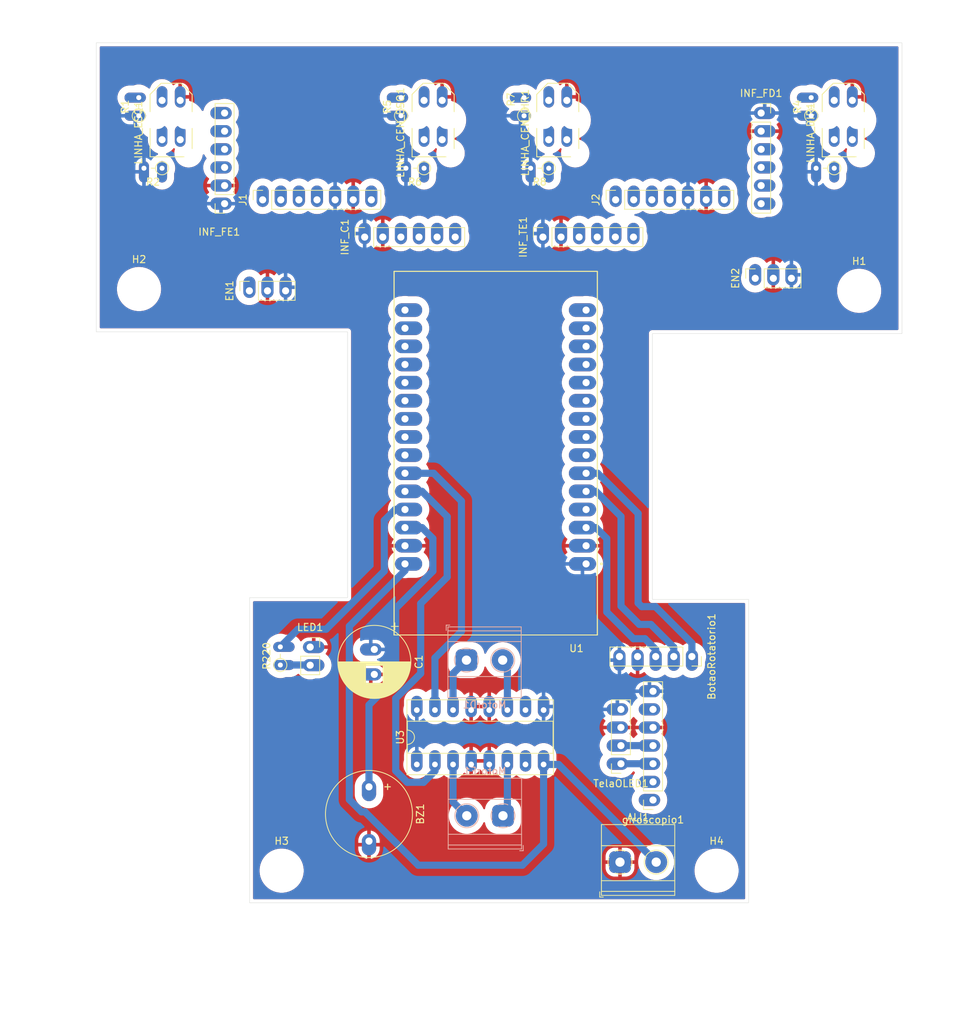
<source format=kicad_pcb>
(kicad_pcb (version 20241229) (generator "pcbnew") (generator_version "9.0")
  (layers (0 "F.Cu" signal) (2 "B.Cu" signal) (13 "F.Paste" user) (15 "B.Paste" user) (5 "F.SilkS" user "F.Silkscreen") (7 "B.SilkS" user "B.Silkscreen") (1 "F.Mask" user) (3 "B.Mask" user) (25 "Edge.Cuts" user))
  (net 0 "")
  (net 1 "KEY")
  (net 2 "S1")
  (net 3 "GND")
  (net 4 "S2")
  (net 5 "OUTE")
  (net 6 "OUTD")
  (net 7 "SDA")
  (net 8 "SCL")
  (net 10 "Net-(LINHA_ESQ1-PadA)")
  (net 11 "LE")
  (net 12 "LD")
  (net 13 "Net-(LINHA_CEN_ESQ1-PadA)")
  (net 14 "CE")
  (net 15 "Net-(LINHA_CEN_DIR1-PadA)")
  (net 16 "CD")
  (net 17 "INF_C")
  (net 25 "OUT3")
  (net 26 "IN3")
  (net 27 "IN2")
  (net 28 "IN4")
  (net 29 "IN1")
  (net 30 "OUT2")
  (net 31 "VIN")
  (net 32 "OUT1")
  (net 33 "OUT4")
  (net 35 "INF_FD")
  (net 36 "3v3")
  (net 38 "INF_FE")
  (net 43 "LED")
  (net 44 "Net-(LED1-Pin_2)")
  (net 45 "BUZZ")
  (net 48 "Net-(LINHA_DIR1-PadA)")
  (net 50 "INF_TD")
  (footprint "Connector_PinSocket_2.54mm:PinSocket_1x04_P2.54mm_Vertical" (layer "F.Cu") (at 173.0875 125.02 180)
    (property "Reference" "TelaOLED1" (at 0 -2.77 0) (layer "F.SilkS"))
    (property "Value" "Conn_01x04_Socket")
    (pad "1" thru_hole oval (at 0 0 180) (size 3 1.7) (drill 1 (offset 0.5 0)) (layers "*.Cu" "*.Mask") (net 7 "SDA"))
    (pad "2" thru_hole oval (at 0 2.54 180) (size 3 1.7) (drill 1 (offset 0.5 0)) (layers "*.Cu" "*.Mask") (net 8 "SCL"))
    (pad "3" thru_hole oval (at 0 5.08 180) (size 3 1.7) (drill 1 (offset 0.5 0)) (layers "*.Cu" "*.Mask") (net 3 "GND"))
    (pad "4" thru_hole oval (at 0 7.62 180) (size 3 1.7) (drill 1 (offset 0.5 0)) (layers "*.Cu" "*.Mask") (net 36 "3v3"))
  )
  (footprint "IFSUL Camaquã:MODULE_ESP32_DEVKIT_V1_30_PIN" (layer "F.Cu") (at 155.5 81.5 180)
    (property "Reference" "U1" (at -11.355 -27.36 0) (layer "F.SilkS"))
    (property "Value" "ESP32-DEVKIT-V1")
    (pad "1" thru_hole oval (at -12.7 -15.515 180) (size 3.81 1.905) (drill 1 (offset 0.508 0)) (layers "*.Cu" "*.Mask") (net 36 "3v3"))
    (pad "2" thru_hole oval (at -12.7 -12.975 180) (size 3.81 1.905) (drill 1 (offset 0.508 0)) (layers "*.Cu" "*.Mask") (net 3 "GND"))
    (pad "3" thru_hole oval (at -12.7 -10.435 180) (size 3.81 1.905) (drill 1 (offset 0.508 0)) (layers "*.Cu" "*.Mask") (net 2 "S1"))
    (pad "4" thru_hole oval (at -12.7 -7.895 180) (size 3.81 1.905) (drill 1 (offset 0.508 0)) (layers "*.Cu" "*.Mask"))
    (pad "5" thru_hole oval (at -12.7 -5.355 180) (size 3.81 1.905) (drill 1 (offset 0.508 0)) (layers "*.Cu" "*.Mask") (net 4 "S2"))
    (pad "6" thru_hole oval (at -12.7 -2.815 180) (size 3.81 1.905) (drill 1 (offset 0.508 0)) (layers "*.Cu" "*.Mask") (net 1 "KEY"))
    (pad "7" thru_hole oval (at -12.7 -0.275 180) (size 3.81 1.905) (drill 1 (offset 0.508 0)) (layers "*.Cu" "*.Mask") (net 27 "IN2"))
    (pad "8" thru_hole oval (at -12.7 2.265 180) (size 3.81 1.905) (drill 1 (offset 0.508 0)) (layers "*.Cu" "*.Mask"))
    (pad "9" thru_hole oval (at -12.7 4.805 180) (size 3.81 1.905) (drill 1 (offset 0.508 0)) (layers "*.Cu" "*.Mask") (net 12 "LD"))
    (pad "10" thru_hole oval (at -12.7 7.345 180) (size 3.81 1.905) (drill 1 (offset 0.508 0)) (layers "*.Cu" "*.Mask") (net 35 "INF_FD"))
    (pad "11" thru_hole oval (at -12.7 9.885 180) (size 3.81 1.905) (drill 1 (offset 0.508 0)) (layers "*.Cu" "*.Mask") (net 7 "SDA"))
    (pad "12" thru_hole oval (at -12.7 12.425 180) (size 3.81 1.905) (drill 1 (offset 0.508 0)) (layers "*.Cu" "*.Mask") (net 16 "CD"))
    (pad "13" thru_hole oval (at -12.7 14.965 180) (size 3.81 1.905) (drill 1 (offset 0.508 0)) (layers "*.Cu" "*.Mask") (net 17 "INF_C"))
    (pad "14" thru_hole oval (at -12.7 17.505 180) (size 3.81 1.905) (drill 1 (offset 0.508 0)) (layers "*.Cu" "*.Mask") (net 8 "SCL"))
    (pad "15" thru_hole oval (at -12.7 20.045 180) (size 3.81 1.905) (drill 1 (offset 0.508 0)) (layers "*.Cu" "*.Mask") (net 6 "OUTD"))
    (pad "16" thru_hole oval (at 12.7 20.045 180) (size 3.81 1.905) (drill 1 (offset -0.508 0)) (layers "*.Cu" "*.Mask"))
    (pad "17" thru_hole oval (at 12.7 17.505 180) (size 3.81 1.905) (drill 1 (offset -0.508 0)) (layers "*.Cu" "*.Mask") (net 11 "LE"))
    (pad "18" thru_hole oval (at 12.7 14.965 180) (size 3.81 1.905) (drill 1 (offset -0.508 0)) (layers "*.Cu" "*.Mask") (net 14 "CE"))
    (pad "19" thru_hole oval (at 12.7 12.425 180) (size 3.81 1.905) (drill 1 (offset -0.508 0)) (layers "*.Cu" "*.Mask") (net 38 "INF_FE"))
    (pad "20" thru_hole oval (at 12.7 9.885 180) (size 3.81 1.905) (drill 1 (offset -0.508 0)) (layers "*.Cu" "*.Mask"))
    (pad "21" thru_hole oval (at 12.7 7.345 180) (size 3.81 1.905) (drill 1 (offset -0.508 0)) (layers "*.Cu" "*.Mask"))
    (pad "22" thru_hole oval (at 12.7 4.805 180) (size 3.81 1.905) (drill 1 (offset -0.508 0)) (layers "*.Cu" "*.Mask") (net 5 "OUTE"))
    (pad "23" thru_hole oval (at 12.7 2.265 180) (size 3.81 1.905) (drill 1 (offset -0.508 0)) (layers "*.Cu" "*.Mask"))
    (pad "24" thru_hole oval (at 12.7 -0.275 180) (size 3.81 1.905) (drill 1 (offset -0.508 0)) (layers "*.Cu" "*.Mask") (net 26 "IN3"))
    (pad "25" thru_hole oval (at 12.7 -2.815 180) (size 3.81 1.905) (drill 1 (offset -0.508 0)) (layers "*.Cu" "*.Mask") (net 28 "IN4"))
    (pad "26" thru_hole oval (at 12.7 -5.355 180) (size 3.81 1.905) (drill 1 (offset -0.508 0)) (layers "*.Cu" "*.Mask") (net 29 "IN1"))
    (pad "27" thru_hole oval (at 12.7 -7.895 180) (size 3.81 1.905) (drill 1 (offset -0.508 0)) (layers "*.Cu" "*.Mask") (net 43 "LED"))
    (pad "28" thru_hole oval (at 12.7 -10.435 180) (size 3.81 1.905) (drill 1 (offset -0.508 0)) (layers "*.Cu" "*.Mask") (net 45 "BUZZ"))
    (pad "29" thru_hole oval (at 12.7 -12.975 180) (size 3.81 1.905) (drill 1 (offset -0.508 0)) (layers "*.Cu" "*.Mask") (net 3 "GND"))
    (pad "30" thru_hole oval (at 12.7 -15.515 180) (size 3.81 1.905) (drill 1 (offset -0.508 0)) (layers "*.Cu" "*.Mask") (net 31 "VIN"))
  )
  (footprint "Connector_PinSocket_2.54mm:PinSocket_1x03_P2.54mm_Vertical" (layer "F.Cu") (at 120.975 58.75 90)
    (property "Reference" "EN1" (at 0 -2.77 90) (layer "F.SilkS"))
    (property "Value" "Conn_01x03_Socket")
    (pad "1" thru_hole oval (at 0 0 90) (size 3 1.7) (drill 1 (offset 0.5 0)) (layers "*.Cu" "*.Mask") (net 5 "OUTE"))
    (pad "2" thru_hole oval (at 0 2.54 90) (size 3 1.7) (drill 1 (offset 0.5 0)) (layers "*.Cu" "*.Mask") (net 3 "GND"))
    (pad "3" thru_hole oval (at 0 5.08 90) (size 3 1.7) (drill 1 (offset 0.5 0)) (layers "*.Cu" "*.Mask") (net 36 "3v3"))
  )
  (footprint "IFSUL Camaquã:OPTO_TCRT5000" (layer "F.Cu") (at 110 34.823702 90)
    (property "Reference" "LINHA_ESQ1" (at -1.76355 -4.57476 90) (layer "F.SilkS") (effects (font (size 1.004126 1.004126))))
    (property "Value" "LINHA_ESQ")
    (pad "" np_thru_hole circle (at -4.65 2.45 90) (size 1 1) (drill 1) (layers "*.Cu" "*.Mask"))
    (pad "" np_thru_hole circle (at 0 -1.9 90) (size 2.5 2.5) (drill 2.5) (layers "*.Cu" "*.Mask"))
    (pad "" np_thru_hole circle (at 0 1.9 90) (size 2.5 2.5) (drill 2.5) (layers "*.Cu" "*.Mask"))
    (pad "A" thru_hole oval (at 2.75 -1.27 90) (size 3 1.5) (drill 1 (offset 0.5 0)) (layers "*.Cu" "*.Mask") (net 10 "Net-(LINHA_ESQ1-PadA)"))
    (pad "CATH" thru_hole oval (at 2.75 1.27 90) (size 3 1.5) (drill 1 (offset 0.5 0)) (layers "*.Cu" "*.Mask") (net 3 "GND"))
    (pad "COLL" thru_hole oval (at -2.75 -1.27 90) (size 3 1.5) (drill 1 (offset 0.5 0)) (layers "*.Cu" "*.Mask") (net 11 "LE"))
    (pad "E" thru_hole oval (at -2.75 1.27 90) (size 3 1.5) (drill 1 (offset 0.5 0)) (layers "*.Cu" "*.Mask") (net 3 "GND"))
  )
  (footprint "Connector_PinSocket_2.54mm:PinSocket_1x06_P2.54mm_Vertical" (layer "F.Cu") (at 137.144251 51.223702 90)
    (property "Reference" "INF_C1" (at 0 -2.77 90) (layer "F.SilkS"))
    (property "Value" "Conn_01x06_Socket")
    (pad "1" thru_hole oval (at 0 0 90) (size 3 1.7) (drill 1 (offset 0.5 0)) (layers "*.Cu" "*.Mask") (net 36 "3v3"))
    (pad "2" thru_hole oval (at 0 2.54 90) (size 3 1.7) (drill 1 (offset 0.5 0)) (layers "*.Cu" "*.Mask") (net 3 "GND"))
    (pad "3" thru_hole oval (at 0 5.08 90) (size 3 1.7) (drill 1 (offset 0.5 0)) (layers "*.Cu" "*.Mask") (net 8 "SCL"))
    (pad "4" thru_hole oval (at 0 7.62 90) (size 3 1.7) (drill 1 (offset 0.5 0)) (layers "*.Cu" "*.Mask") (net 7 "SDA"))
    (pad "5" thru_hole oval (at 0 10.16 90) (size 3 1.7) (drill 1 (offset 0.5 0)) (layers "*.Cu" "*.Mask"))
    (pad "6" thru_hole oval (at 0 12.7 90) (size 3 1.7) (drill 1 (offset 0.5 0)) (layers "*.Cu" "*.Mask") (net 17 "INF_C"))
  )
  (footprint "IFSUL Camaquã:TerminalBlock_Phoenix_MKDS-1,5-2-5.08_1x02_P5.08mm_Horizontal" (layer "F.Cu") (at 172.955 138.805)
    (property "Reference" "ALI1" (at 2.54 -6.26 0) (layer "F.SilkS"))
    (property "Value" "Conn_01x02_Socket")
    (pad "1" thru_hole roundrect (at 0 0) (size 3.048 3.048) (drill 1.3) (layers "*.Cu" "*.Mask") (net 3 "GND"))
    (pad "2" thru_hole circle (at 5.08 0) (size 3.048 3.048) (drill 1.3) (layers "*.Cu" "*.Mask") (net 31 "VIN"))
  )
  (footprint "MountingHole:MountingHole_3.2mm_M3" (layer "F.Cu") (at 186.5 140)
    (property "Reference" "H4" (at 0 -4.15 0) (layer "F.SilkS"))
    (property "Value" "MountingHole")
    (pad "" np_thru_hole circle (at 0 0) (size 3.2 3.2) (drill 3.2) (layers "*.Cu" "*.Mask"))
  )
  (footprint "MountingHole:MountingHole_3.2mm_M3" (layer "F.Cu") (at 105.5 58.5)
    (property "Reference" "H2" (at 0 -4.15 0) (layer "F.SilkS"))
    (property "Value" "MountingHole" (hide yes))
    (pad "" np_thru_hole circle (at 0 0) (size 3.2 3.2) (drill 3.2) (layers "*.Cu" "*.Mask"))
  )
  (footprint "Package_DIP:CERDIP-16_W7.62mm_SideBrazed_LongPads_Socket" (layer "F.Cu") (at 144.46 125.12 90)
    (property "Reference" "U3" (at 3.81 -2.33 90) (layer "F.SilkS"))
    (property "Value" "L293D")
    (pad "1" thru_hole oval (at 0 0 90) (size 3 1.6) (drill 0.8 (offset 0.5 0)) (layers "*.Cu" "*.Mask") (net 36 "3v3"))
    (pad "2" thru_hole oval (at 0 2.54 90) (size 3 1.6) (drill 0.8 (offset 0.5 0)) (layers "*.Cu" "*.Mask") (net 29 "IN1"))
    (pad "3" thru_hole oval (at 0 5.08 90) (size 3 1.6) (drill 0.8 (offset 0.5 0)) (layers "*.Cu" "*.Mask") (net 32 "OUT1"))
    (pad "4" thru_hole oval (at 0 7.62 90) (size 3 1.6) (drill 0.8 (offset 0.5 0)) (layers "*.Cu" "*.Mask") (net 3 "GND"))
    (pad "5" thru_hole oval (at 0 10.16 90) (size 3 1.6) (drill 0.8 (offset 0.5 0)) (layers "*.Cu" "*.Mask") (net 3 "GND"))
    (pad "6" thru_hole oval (at 0 12.7 90) (size 3 1.6) (drill 0.8 (offset 0.5 0)) (layers "*.Cu" "*.Mask") (net 30 "OUT2"))
    (pad "7" thru_hole oval (at 0 15.24 90) (size 3 1.6) (drill 0.8 (offset 0.5 0)) (layers "*.Cu" "*.Mask") (net 27 "IN2"))
    (pad "8" thru_hole oval (at 0 17.78 90) (size 3 1.6) (drill 0.8 (offset 0.5 0)) (layers "*.Cu" "*.Mask") (net 31 "VIN"))
    (pad "9" thru_hole oval (at 7.62 17.78 90) (size 3 1.6) (drill 0.8 (offset 0.5 0)) (layers "*.Cu" "*.Mask") (net 36 "3v3"))
    (pad "10" thru_hole oval (at 7.62 15.24 90) (size 3 1.6) (drill 0.8 (offset 0.5 0)) (layers "*.Cu" "*.Mask") (net 26 "IN3"))
    (pad "11" thru_hole oval (at 7.62 12.7 90) (size 3 1.6) (drill 0.8 (offset 0.5 0)) (layers "*.Cu" "*.Mask") (net 25 "OUT3"))
    (pad "12" thru_hole oval (at 7.62 10.16 90) (size 3 1.6) (drill 0.8 (offset 0.5 0)) (layers "*.Cu" "*.Mask") (net 3 "GND"))
    (pad "13" thru_hole oval (at 7.62 7.62 90) (size 3 1.6) (drill 0.8 (offset 0.5 0)) (layers "*.Cu" "*.Mask") (net 3 "GND"))
    (pad "14" thru_hole oval (at 7.62 5.08 90) (size 3 1.6) (drill 0.8 (offset 0.5 0)) (layers "*.Cu" "*.Mask") (net 33 "OUT4"))
    (pad "15" thru_hole oval (at 7.62 2.54 90) (size 3 1.6) (drill 0.8 (offset 0.5 0)) (layers "*.Cu" "*.Mask") (net 28 "IN4"))
    (pad "16" thru_hole oval (at 7.62 0 90) (size 3 1.6) (drill 0.8 (offset 0.5 0)) (layers "*.Cu" "*.Mask") (net 36 "3v3"))
  )
  (footprint "Connector_PinSocket_2.54mm:PinSocket_1x05_P2.54mm_Vertical" (layer "F.Cu") (at 183.04 110 -90)
    (property "Reference" "BotaoRotatorio1" (at 0 -2.77 90) (layer "F.SilkS"))
    (property "Value" "Conn_01x05_Socket")
    (pad "1" thru_hole oval (at 0 0 270) (size 3 1.7) (drill 1 (offset 0.5 0)) (layers "*.Cu" "*.Mask") (net 1 "KEY"))
    (pad "2" thru_hole oval (at 0 2.54 270) (size 3 1.7) (drill 1 (offset 0.5 0)) (layers "*.Cu" "*.Mask") (net 4 "S2"))
    (pad "3" thru_hole oval (at 0 5.08 270) (size 3 1.7) (drill 1 (offset 0.5 0)) (layers "*.Cu" "*.Mask") (net 2 "S1"))
    (pad "4" thru_hole oval (at 0 7.62 270) (size 3 1.7) (drill 1 (offset 0.5 0)) (layers "*.Cu" "*.Mask") (net 3 "GND"))
    (pad "5" thru_hole oval (at 0 10.16 270) (size 3 1.7) (drill 1 (offset 0.5 0)) (layers "*.Cu" "*.Mask") (net 36 "3v3"))
  )
  (footprint "Connector_PinSocket_2.54mm:PinSocket_1x03_P2.54mm_Vertical" (layer "F.Cu") (at 191.92 57 90)
    (property "Reference" "EN2" (at 0 -2.77 90) (layer "F.SilkS"))
    (property "Value" "Conn_01x03_Socket")
    (pad "1" thru_hole oval (at 0 0 90) (size 3 1.7) (drill 1 (offset 0.5 0)) (layers "*.Cu" "*.Mask") (net 6 "OUTD"))
    (pad "2" thru_hole oval (at 0 2.54 90) (size 3 1.7) (drill 1 (offset 0.5 0)) (layers "*.Cu" "*.Mask") (net 3 "GND"))
    (pad "3" thru_hole oval (at 0 5.08 90) (size 3 1.7) (drill 1 (offset 0.5 0)) (layers "*.Cu" "*.Mask") (net 36 "3v3"))
  )
  (footprint "MountingHole:MountingHole_3.2mm_M3" (layer "F.Cu") (at 206.5 58.75)
    (property "Reference" "H1" (at 0 -4.15 0) (layer "F.SilkS"))
    (property "Value" "MountingHole")
    (pad "" np_thru_hole circle (at 0 0) (size 3.2 3.2) (drill 3.2) (layers "*.Cu" "*.Mask"))
  )
  (footprint "IFSUL Camaquã:OPTO_TCRT5000" (layer "F.Cu") (at 164.23 34.823702 90)
    (property "Reference" "LINHA_CEN_DIR1" (at -1.76355 -4.57476 90) (layer "F.SilkS") (effects (font (size 1.004126 1.004126))))
    (property "Value" "~")
    (pad "" np_thru_hole circle (at -4.65 2.45 90) (size 1 1) (drill 1) (layers "*.Cu" "*.Mask"))
    (pad "" np_thru_hole circle (at 0 -1.9 90) (size 2.5 2.5) (drill 2.5) (layers "*.Cu" "*.Mask"))
    (pad "" np_thru_hole circle (at 0 1.9 90) (size 2.5 2.5) (drill 2.5) (layers "*.Cu" "*.Mask"))
    (pad "A" thru_hole oval (at 2.75 -1.27 90) (size 3 1.5) (drill 1 (offset 0.5 0)) (layers "*.Cu" "*.Mask") (net 15 "Net-(LINHA_CEN_DIR1-PadA)"))
    (pad "CATH" thru_hole oval (at 2.75 1.27 90) (size 3 1.5) (drill 1 (offset 0.5 0)) (layers "*.Cu" "*.Mask") (net 3 "GND"))
    (pad "COLL" thru_hole oval (at -2.75 -1.27 90) (size 3 1.5) (drill 1 (offset 0.5 0)) (layers "*.Cu" "*.Mask") (net 16 "CD"))
    (pad "E" thru_hole oval (at -2.75 1.27 90) (size 3 1.5) (drill 1 (offset 0.5 0)) (layers "*.Cu" "*.Mask") (net 3 "GND"))
  )
  (footprint "Resistor_THT:R_Axial_DIN0204_L3.6mm_D1.6mm_P2.54mm_Vertical" (layer "F.Cu") (at 105.4625 34.22 90)
    (property "Reference" "R1" (at 1.27 -1.92 90) (layer "F.SilkS"))
    (property "Value" "150")
    (pad "1" thru_hole oval (at 0 0 90) (size 1.4 3) (drill 0.7 (offset 0 -0.5)) (layers "*.Cu" "*.Mask") (net 36 "3v3"))
    (pad "2" thru_hole oval (at 2.54 0 90) (size 1.4 3) (drill 0.7 (offset 0 -0.5)) (layers "*.Cu" "*.Mask") (net 10 "Net-(LINHA_ESQ1-PadA)"))
  )
  (footprint "Connector_PinSocket_2.54mm:PinSocket_1x07_P2.54mm_Vertical" (layer "F.Cu") (at 172.34 46 90)
    (property "Reference" "J2" (at 0 -2.77 90) (layer "F.SilkS"))
    (property "Value" "Conn_01x07_Socket")
    (pad "1" thru_hole oval (at 0 0 90) (size 3 1.7) (drill 1 (offset 0.5 0)) (layers "*.Cu" "*.Mask"))
    (pad "2" thru_hole oval (at 0 2.54 90) (size 3 1.7) (drill 1 (offset 0.5 0)) (layers "*.Cu" "*.Mask"))
    (pad "3" thru_hole oval (at 0 5.08 90) (size 3 1.7) (drill 1 (offset 0.5 0)) (layers "*.Cu" "*.Mask") (net 7 "SDA"))
    (pad "4" thru_hole oval (at 0 7.62 90) (size 3 1.7) (drill 1 (offset 0.5 0)) (layers "*.Cu" "*.Mask") (net 8 "SCL"))
    (pad "5" thru_hole oval (at 0 10.16 90) (size 3 1.7) (drill 1 (offset 0.5 0)) (layers "*.Cu" "*.Mask") (net 36 "3v3"))
    (pad "6" thru_hole oval (at 0 12.7 90) (size 3 1.7) (drill 1 (offset 0.5 0)) (layers "*.Cu" "*.Mask") (net 3 "GND"))
    (pad "7" thru_hole oval (at 0 15.24 90) (size 3 1.7) (drill 1 (offset 0.5 0)) (layers "*.Cu" "*.Mask"))
  )
  (footprint "MountingHole:MountingHole_3.2mm_M3" (layer "F.Cu") (at 125.5 140)
    (property "Reference" "H3" (at 0 -4.15 0) (layer "F.SilkS"))
    (property "Value" "MountingHole")
    (pad "" np_thru_hole circle (at 0 0) (size 3.2 3.2) (drill 3.2) (layers "*.Cu" "*.Mask"))
  )
  (footprint "Resistor_THT:R_Axial_DIN0204_L3.6mm_D1.6mm_P2.54mm_Vertical" (layer "F.Cu") (at 142.244251 34.22 90)
    (property "Reference" "R5" (at 1.27 -1.92 90) (layer "F.SilkS"))
    (property "Value" "150")
    (pad "1" thru_hole oval (at 0 0 90) (size 1.4 3) (drill 0.7 (offset 0 -0.5)) (layers "*.Cu" "*.Mask") (net 36 "3v3"))
    (pad "2" thru_hole oval (at 2.54 0 90) (size 1.4 3) (drill 0.7 (offset 0 -0.5)) (layers "*.Cu" "*.Mask") (net 13 "Net-(LINHA_CEN_ESQ1-PadA)"))
  )
  (footprint "Connector_PinSocket_2.54mm:PinSocket_1x06_P2.54mm_Vertical" (layer "F.Cu") (at 117.5 46.54 180)
    (property "Reference" "INF_FE1" (at 0.75 -3.96 0) (layer "F.SilkS"))
    (property "Value" "Conn_01x06_Socket")
    (pad "1" thru_hole oval (at 0 0 180) (size 3 1.7) (drill 1 (offset 0.5 0)) (layers "*.Cu" "*.Mask") (net 36 "3v3"))
    (pad "2" thru_hole oval (at 0 2.54 180) (size 3 1.7) (drill 1 (offset 0.5 0)) (layers "*.Cu" "*.Mask") (net 3 "GND"))
    (pad "3" thru_hole oval (at 0 5.08 180) (size 3 1.7) (drill 1 (offset 0.5 0)) (layers "*.Cu" "*.Mask") (net 8 "SCL"))
    (pad "4" thru_hole oval (at 0 7.62 180) (size 3 1.7) (drill 1 (offset 0.5 0)) (layers "*.Cu" "*.Mask") (net 7 "SDA"))
    (pad "5" thru_hole oval (at 0 10.16 180) (size 3 1.7) (drill 1 (offset 0.5 0)) (layers "*.Cu" "*.Mask"))
    (pad "6" thru_hole oval (at 0 12.7 180) (size 3 1.7) (drill 1 (offset 0.5 0)) (layers "*.Cu" "*.Mask") (net 38 "INF_FE"))
  )
  (footprint "IFSUL Camaquã:OPTO_TCRT5000" (layer "F.Cu") (at 146.744251 34.823702 90)
    (property "Reference" "LINHA_CEN_ESQ1" (at -1.76355 -4.57476 90) (layer "F.SilkS") (effects (font (size 1.004126 1.004126))))
    (property "Value" "~")
    (pad "" np_thru_hole circle (at -4.65 2.45 90) (size 1 1) (drill 1) (layers "*.Cu" "*.Mask"))
    (pad "" np_thru_hole circle (at 0 -1.9 90) (size 2.5 2.5) (drill 2.5) (layers "*.Cu" "*.Mask"))
    (pad "" np_thru_hole circle (at 0 1.9 90) (size 2.5 2.5) (drill 2.5) (layers "*.Cu" "*.Mask"))
    (pad "A" thru_hole oval (at 2.75 -1.27 90) (size 3 1.5) (drill 1 (offset 0.5 0)) (layers "*.Cu" "*.Mask") (net 13 "Net-(LINHA_CEN_ESQ1-PadA)"))
    (pad "CATH" thru_hole oval (at 2.75 1.27 90) (size 3 1.5) (drill 1 (offset 0.5 0)) (layers "*.Cu" "*.Mask") (net 3 "GND"))
    (pad "COLL" thru_hole oval (at -2.75 -1.27 90) (size 3 1.5) (drill 1 (offset 0.5 0)) (layers "*.Cu" "*.Mask") (net 14 "CE"))
    (pad "E" thru_hole oval (at -2.75 1.27 90) (size 3 1.5) (drill 1 (offset 0.5 0)) (layers "*.Cu" "*.Mask") (net 3 "GND"))
  )
  (footprint "Resistor_THT:R_Axial_DIN0204_L3.6mm_D1.6mm_P2.54mm_Vertical" (layer "F.Cu") (at 108.73 41.573702 180)
    (property "Reference" "R2" (at 1.27 -1.92 0) (layer "F.SilkS"))
    (property "Value" "10K")
    (pad "1" thru_hole oval (at 0 0 180) (size 1.4 3) (drill 0.7 (offset 0 -0.5)) (layers "*.Cu" "*.Mask") (net 11 "LE"))
    (pad "2" thru_hole oval (at 2.54 0 180) (size 1.4 3) (drill 0.7 (offset 0 -0.5)) (layers "*.Cu" "*.Mask") (net 36 "3v3"))
  )
  (footprint "Buzzer_Beeper:Buzzer_12x9.5RM7.6" (layer "F.Cu") (at 137.75 128.261972 -90)
    (property "Reference" "BZ1" (at 3.8 -7.2 90) (layer "F.SilkS"))
    (property "Value" "Buzzer")
    (fp_text user "+" (at -0.01 -2.54 90) (layer "F.SilkS"))
    (pad "1" thru_hole oval (at 0 0 270) (size 3 2) (drill 1 (offset 0.5 0)) (layers "*.Cu" "*.Mask") (net 45 "BUZZ"))
    (pad "2" thru_hole oval (at 7.6 0 270) (size 3 2) (drill 1 (offset 0.5 0)) (layers "*.Cu" "*.Mask") (net 3 "GND"))
  )
  (footprint "Resistor_THT:R_Axial_DIN0204_L3.6mm_D1.6mm_P2.54mm_Vertical" (layer "F.Cu") (at 159.5 34.22 90)
    (property "Reference" "R7" (at 2.27 -1.840159 90) (layer "F.SilkS"))
    (property "Value" "150")
    (pad "1" thru_hole oval (at 0 0 90) (size 1.4 3) (drill 0.7 (offset 0 -0.5)) (layers "*.Cu" "*.Mask") (net 36 "3v3"))
    (pad "2" thru_hole oval (at 2.54 0 90) (size 1.4 3) (drill 0.7 (offset 0 -0.5)) (layers "*.Cu" "*.Mask") (net 15 "Net-(LINHA_CEN_DIR1-PadA)"))
  )
  (footprint "Resistor_THT:R_Axial_DIN0204_L3.6mm_D1.6mm_P2.54mm_Vertical" (layer "F.Cu") (at 203 41.573702 180)
    (property "Reference" "R3" (hide yes))
    (property "Value" "10K")
    (pad "1" thru_hole oval (at 0 0 180) (size 1.4 3) (drill 0.7 (offset 0 -0.5)) (layers "*.Cu" "*.Mask") (net 12 "LD"))
    (pad "2" thru_hole oval (at 2.54 0 180) (size 1.4 3) (drill 0.7 (offset 0 -0.5)) (layers "*.Cu" "*.Mask") (net 36 "3v3"))
  )
  (footprint "Connector_PinSocket_2.54mm:PinSocket_1x06_P2.54mm_Vertical" (layer "F.Cu") (at 162.144251 51.223702 90)
    (property "Reference" "INF_TE1" (at 0 -2.77 90) (layer "F.SilkS"))
    (property "Value" "Conn_01x06_Socket")
    (pad "1" thru_hole oval (at 0 0 90) (size 3 1.7) (drill 1 (offset 0.5 0)) (layers "*.Cu" "*.Mask") (net 36 "3v3"))
    (pad "2" thru_hole oval (at 0 2.54 90) (size 3 1.7) (drill 1 (offset 0.5 0)) (layers "*.Cu" "*.Mask") (net 3 "GND"))
    (pad "3" thru_hole oval (at 0 5.08 90) (size 3 1.7) (drill 1 (offset 0.5 0)) (layers "*.Cu" "*.Mask") (net 8 "SCL"))
    (pad "4" thru_hole oval (at 0 7.62 90) (size 3 1.7) (drill 1 (offset 0.5 0)) (layers "*.Cu" "*.Mask") (net 7 "SDA"))
    (pad "5" thru_hole oval (at 0 10.16 90) (size 3 1.7) (drill 1 (offset 0.5 0)) (layers "*.Cu" "*.Mask"))
    (pad "6" thru_hole oval (at 0 12.7 90) (size 3 1.7) (drill 1 (offset 0.5 0)) (layers "*.Cu" "*.Mask") (net 50 "INF_TD"))
  )
  (footprint "Capacitor_THT:CP_Radial_D10.0mm_P3.50mm" (layer "F.Cu") (at 138.5 109 -90)
    (property "Reference" "C1" (at 1.75 -6.25 90) (layer "F.SilkS"))
    (property "Value" "C")
    (pad "1" thru_hole oval (at 0 0 270) (size 1.7 3) (drill 1 (offset 0 0.5)) (layers "*.Cu" "*.Mask") (net 36 "3v3"))
    (pad "2" thru_hole oval (at 3.5 0 270) (size 1.7 3) (drill 1 (offset 0 0.5)) (layers "*.Cu" "*.Mask") (net 3 "GND"))
  )
  (footprint "Connector_PinSocket_2.54mm:PinSocket_1x06_P2.54mm_Vertical" (layer "F.Cu") (at 192.75 33.84)
    (property "Reference" "INF_FD1" (at 0 -2.77 180) (layer "F.SilkS"))
    (property "Value" "Conn_01x06_Socket")
    (pad "1" thru_hole oval (at 0 0) (size 3 1.7) (drill 1 (offset 0.5 0)) (layers "*.Cu" "*.Mask") (net 36 "3v3"))
    (pad "2" thru_hole oval (at 0 2.54) (size 3 1.7) (drill 1 (offset 0.5 0)) (layers "*.Cu" "*.Mask") (net 3 "GND"))
    (pad "3" thru_hole oval (at 0 5.08) (size 3 1.7) (drill 1 (offset 0.5 0)) (layers "*.Cu" "*.Mask") (net 8 "SCL"))
    (pad "4" thru_hole oval (at 0 7.62) (size 3 1.7) (drill 1 (offset 0.5 0)) (layers "*.Cu" "*.Mask") (net 7 "SDA"))
    (pad "5" thru_hole oval (at 0 10.16) (size 3 1.7) (drill 1 (offset 0.5 0)) (layers "*.Cu" "*.Mask"))
    (pad "6" thru_hole oval (at 0 12.7) (size 3 1.7) (drill 1 (offset 0.5 0)) (layers "*.Cu" "*.Mask") (net 35 "INF_FD"))
  )
  (footprint "Resistor_THT:R_Axial_DIN0204_L3.6mm_D1.6mm_P2.54mm_Vertical" (layer "F.Cu") (at 162.96 41.573702 180)
    (property "Reference" "R8" (at 1.27 -1.92 0) (layer "F.SilkS"))
    (property "Value" "10K")
    (pad "1" thru_hole oval (at 0 0 180) (size 1.4 3) (drill 0.7 (offset 0 -0.5)) (layers "*.Cu" "*.Mask") (net 16 "CD"))
    (pad "2" thru_hole oval (at 2.54 0 180) (size 1.4 3) (drill 0.7 (offset 0 -0.5)) (layers "*.Cu" "*.Mask") (net 36 "3v3"))
  )
  (footprint "Connector_PinSocket_2.54mm:PinSocket_1x07_P2.54mm_Vertical" (layer "F.Cu") (at 177.5875 130.1 180)
    (property "Reference" "giroscopio1" (at 0 -2.77 0) (layer "F.SilkS"))
    (property "Value" "Conn_01x07_Socket")
    (pad "1" thru_hole oval (at 0 0 180) (size 3 1.7) (drill 1 (offset 0.5 0)) (layers "*.Cu" "*.Mask"))
    (pad "2" thru_hole oval (at 0 2.54 180) (size 3 1.7) (drill 1 (offset 0.5 0)) (layers "*.Cu" "*.Mask"))
    (pad "3" thru_hole oval (at 0 5.08 180) (size 3 1.7) (drill 1 (offset 0.5 0)) (layers "*.Cu" "*.Mask") (net 7 "SDA"))
    (pad "4" thru_hole oval (at 0 7.62 180) (size 3 1.7) (drill 1 (offset 0.5 0)) (layers "*.Cu" "*.Mask") (net 8 "SCL"))
    (pad "5" thru_hole oval (at 0 10.16 180) (size 3 1.7) (drill 1 (offset 0.5 0)) (layers "*.Cu" "*.Mask") (net 3 "GND"))
    (pad "6" thru_hole oval (at 0 12.7 180) (size 3 1.7) (drill 1 (offset 0.5 0)) (layers "*.Cu" "*.Mask"))
    (pad "7" thru_hole oval (at 0 15.24 180) (size 3 1.7) (drill 1 (offset 0.5 0)) (layers "*.Cu" "*.Mask") (net 36 "3v3"))
  )
  (footprint "IFSUL Camaquã:OPTO_TCRT5000" (layer "F.Cu") (at 204.27 34.823702 90)
    (property "Reference" "LINHA_DIR1" (at -1.76355 -4.57476 90) (layer "F.SilkS") (effects (font (size 1.004126 1.004126))))
    (property "Value" "~")
    (pad "" np_thru_hole circle (at -4.65 2.45 90) (size 1 1) (drill 1) (layers "*.Cu" "*.Mask"))
    (pad "" np_thru_hole circle (at 0 -1.9 90) (size 2.5 2.5) (drill 2.5) (layers "*.Cu" "*.Mask"))
    (pad "" np_thru_hole circle (at 0 1.9 90) (size 2.5 2.5) (drill 2.5) (layers "*.Cu" "*.Mask"))
    (pad "A" thru_hole oval (at 2.75 -1.27 90) (size 3 1.5) (drill 1 (offset 0.5 0)) (layers "*.Cu" "*.Mask") (net 48 "Net-(LINHA_DIR1-PadA)"))
    (pad "CATH" thru_hole oval (at 2.75 1.27 90) (size 3 1.5) (drill 1 (offset 0.5 0)) (layers "*.Cu" "*.Mask") (net 3 "GND"))
    (pad "COLL" thru_hole oval (at -2.75 -1.27 90) (size 3 1.5) (drill 1 (offset 0.5 0)) (layers "*.Cu" "*.Mask") (net 12 "LD"))
    (pad "E" thru_hole oval (at -2.75 1.27 90) (size 3 1.5) (drill 1 (offset 0.5 0)) (layers "*.Cu" "*.Mask") (net 3 "GND"))
  )
  (footprint "Resistor_THT:R_Axial_DIN0204_L3.6mm_D1.6mm_P2.54mm_Vertical" (layer "F.Cu") (at 145.474251 41.573702 180)
    (property "Reference" "R6" (at 1.27 -1.92 0) (layer "F.SilkS"))
    (property "Value" "10K")
    (pad "1" thru_hole oval (at 0 0 180) (size 1.4 3) (drill 0.7 (offset 0 -0.5)) (layers "*.Cu" "*.Mask") (net 14 "CE"))
    (pad "2" thru_hole oval (at 2.54 0 180) (size 1.4 3) (drill 0.7 (offset 0 -0.5)) (layers "*.Cu" "*.Mask") (net 36 "3v3"))
  )
  (footprint "Connector_PinSocket_2.54mm:PinSocket_1x02_P2.54mm_Vertical" (layer "F.Cu") (at 129.5 108.673545)
    (property "Reference" "LED1" (at 0 -2.77 0) (layer "F.SilkS"))
    (property "Value" "Conn_01x02_Socket")
    (pad "1" thru_hole oval (at 0 0) (size 3 1.7) (drill 1 (offset 0.5 0)) (layers "*.Cu" "*.Mask") (net 3 "GND"))
    (pad "2" thru_hole oval (at 0 2.54) (size 3 1.7) (drill 1 (offset 0.5 0)) (layers "*.Cu" "*.Mask") (net 44 "Net-(LED1-Pin_2)"))
  )
  (footprint "Resistor_THT:R_Axial_DIN0204_L3.6mm_D1.6mm_P2.54mm_Vertical" (layer "F.Cu") (at 125.316729 111.184086 90)
    (property "Reference" "R220" (at 1.27 -1.92 90) (layer "F.SilkS"))
    (property "Value" "R")
    (pad "1" thru_hole oval (at 0 0 90) (size 1.4 3) (drill 0.7 (offset 0 0.5)) (layers "*.Cu" "*.Mask") (net 44 "Net-(LED1-Pin_2)"))
    (pad "2" thru_hole oval (at 2.54 0 90) (size 1.4 3) (drill 0.7 (offset 0 0.5)) (layers "*.Cu" "*.Mask") (net 43 "LED"))
  )
  (footprint "Connector_PinSocket_2.54mm:PinSocket_1x07_P2.54mm_Vertical" (layer "F.Cu") (at 122.84 46 90)
    (property "Reference" "J1" (at 0 -2.77 90) (layer "F.SilkS"))
    (property "Value" "Conn_01x07_Socket")
    (pad "1" thru_hole oval (at 0 0 90) (size 3 1.7) (drill 1 (offset 0.5 0)) (layers "*.Cu" "*.Mask"))
    (pad "2" thru_hole oval (at 0 2.54 90) (size 3 1.7) (drill 1 (offset 0.5 0)) (layers "*.Cu" "*.Mask"))
    (pad "3" thru_hole oval (at 0 5.08 90) (size 3 1.7) (drill 1 (offset 0.5 0)) (layers "*.Cu" "*.Mask") (net 7 "SDA"))
    (pad "4" thru_hole oval (at 0 7.62 90) (size 3 1.7) (drill 1 (offset 0.5 0)) (layers "*.Cu" "*.Mask") (net 8 "SCL"))
    (pad "5" thru_hole oval (at 0 10.16 90) (size 3 1.7) (drill 1 (offset 0.5 0)) (layers "*.Cu" "*.Mask") (net 36 "3v3"))
    (pad "6" thru_hole oval (at 0 12.7 90) (size 3 1.7) (drill 1 (offset 0.5 0)) (layers "*.Cu" "*.Mask") (net 3 "GND"))
    (pad "7" thru_hole oval (at 0 15.24 90) (size 3 1.7) (drill 1 (offset 0.5 0)) (layers "*.Cu" "*.Mask"))
  )
  (footprint "Resistor_THT:R_Axial_DIN0204_L3.6mm_D1.6mm_P2.54mm_Vertical" (layer "F.Cu") (at 199.77 34.22 90)
    (property "Reference" "R4" (at 1.27 -1.92 90) (layer "F.SilkS"))
    (property "Value" "150")
    (pad "1" thru_hole oval (at 0 0 90) (size 1.4 3) (drill 0.7 (offset 0 -0.5)) (layers "*.Cu" "*.Mask") (net 36 "3v3"))
    (pad "2" thru_hole oval (at 2.54 0 90) (size 1.4 3) (drill 0.7 (offset 0 -0.5)) (layers "*.Cu" "*.Mask") (net 48 "Net-(LINHA_DIR1-PadA)"))
  )
  (footprint "IFSUL Camaquã:TerminalBlock_Phoenix_MKDS-1,5-2-5.08_1x02_P5.08mm_Horizontal" (layer "B.Cu") (at 156.545 132.305 180)
    (property "Reference" "MotorE1" (at 2.54 6.26 0) (layer "B.SilkS") (effects (justify mirror)))
    (property "Value" "Conn_01x02_Socket")
    (pad "1" thru_hole roundrect (at 0 0 180) (size 3.048 3.048) (drill 1.3) (layers "*.Cu" "*.Mask") (net 30 "OUT2"))
    (pad "2" thru_hole circle (at 5.08 0 180) (size 3.048 3.048) (drill 1.3) (layers "*.Cu" "*.Mask") (net 32 "OUT1"))
  )
  (footprint "IFSUL Camaquã:TerminalBlock_Phoenix_MKDS-1,5-2-5.08_1x02_P5.08mm_Horizontal" (layer "B.Cu") (at 151.42 110.5)
    (property "Reference" "MotorD1" (at 2.54 6.26 0) (layer "B.SilkS") (effects (justify mirror)))
    (property "Value" "Conn_01x02_Socket")
    (pad "1" thru_hole roundrect (at 0 0) (size 3.048 3.048) (drill 1.3) (layers "*.Cu" "*.Mask") (net 33 "OUT4"))
    (pad "2" thru_hole circle (at 5.08 0) (size 3.048 3.048) (drill 1.3) (layers "*.Cu" "*.Mask") (net 25 "OUT3"))
  )
  (gr_poly (pts (xy 99.5 24) (xy 212.5 24) (xy 212.5 64.75) (xy 177.5 64.75) (xy 177.5 102) (xy 191 102) (xy 191 144.5) (xy 121 144.5) (xy 121 101.75) (xy 134.75 101.75) (xy 134.75 64.5) (xy 99.5 64.5)) (stroke (width 0.05)) (fill no) (layer "Edge.Cuts"))
  (segment (start 170.355 84.855) (end 169.815 84.315) (width 1) (layer "B.Cu") (net 1))
  (segment (start 175.5 102.5) (end 175.5 89.952299) (width 1) (layer "B.Cu") (net 1))
  (segment (start 176.001 103.001) (end 175.5 102.5) (width 1) (layer "B.Cu") (net 1))
  (segment (start 183.04 108.125787) (end 177.915213 103.001) (width 1) (layer "B.Cu") (net 1))
  (segment (start 177.915213 103.001) (end 176.001 103.001) (width 1) (layer "B.Cu") (net 1))
  (segment (start 183.04 110) (end 183.04 108.125787) (width 1) (layer "B.Cu") (net 1))
  (segment (start 175.5 89.952299) (end 170.4027 84.855) (width 1) (layer "B.Cu") (net 1))
  (segment (start 170.4027 84.855) (end 170.355 84.855) (width 1) (layer "B.Cu") (net 1))
  (segment (start 169.815 84.315) (end 168.2 84.315) (width 1) (layer "B.Cu") (net 1))
  (segment (start 176.456947 107.5) (end 174.843144 107.5) (width 1) (layer "B.Cu") (net 2))
  (segment (start 169.574273 91.935) (end 168.2 91.935) (width 1) (layer "B.Cu") (net 2))
  (segment (start 177.96 109.003053) (end 176.456947 107.5) (width 1) (layer "B.Cu") (net 2))
  (segment (start 174.843144 107.5) (end 171.098 103.754856) (width 1) (layer "B.Cu") (net 2))
  (segment (start 171.098 103.754856) (end 171.098 93.458727) (width 1) (layer "B.Cu") (net 2))
  (segment (start 171.098 93.458727) (end 169.574273 91.935) (width 1) (layer "B.Cu") (net 2))
  (segment (start 177.96 110) (end 177.96 109.003053) (width 1) (layer "B.Cu") (net 2))
  (segment (start 173.099 90.379727) (end 169.574273 86.855) (width 1) (layer "B.Cu") (net 4))
  (segment (start 173.099 102.927427) (end 173.099 90.379727) (width 1) (layer "B.Cu") (net 4))
  (segment (start 169.574273 86.855) (end 168.2 86.855) (width 1) (layer "B.Cu") (net 4))
  (segment (start 175.671573 105.5) (end 173.099 102.927427) (width 1) (layer "B.Cu") (net 4))
  (segment (start 177.286788 105.5) (end 175.671573 105.5) (width 1) (layer "B.Cu") (net 4))
  (segment (start 180.5 108.713212) (end 177.286788 105.5) (width 1) (layer "B.Cu") (net 4))
  (segment (start 180.5 110) (end 180.5 108.713212) (width 1) (layer "B.Cu") (net 4))
  (segment (start 173.0875 125.02) (end 177.5875 125.02) (width 1) (layer "B.Cu") (net 7))
  (segment (start 173.0875 122.48) (end 177.5875 122.48) (width 1) (layer "B.Cu") (net 8))
  (segment (start 157.16 111.16) (end 156.5 110.5) (width 1) (layer "B.Cu") (net 25))
  (segment (start 157.16 117.5) (end 157.16 111.16) (width 1) (layer "B.Cu") (net 25))
  (segment (start 147.001 110.194634) (end 150.716001 106.479633) (width 1) (layer "B.Cu") (net 28))
  (segment (start 150.716 88.216) (end 146.815 84.315) (width 1) (layer "B.Cu") (net 28))
  (segment (start 147.001 117.499) (end 147.001 110.194634) (width 1) (layer "B.Cu") (net 28))
  (segment (start 150.716001 106.479633) (end 150.716 88.216) (width 1) (layer "B.Cu") (net 28))
  (segment (start 147 117.5) (end 147.001 117.499) (width 1) (layer "B.Cu") (net 28))
  (segment (start 146.815 84.315) (end 142.8 84.315) (width 1) (layer "B.Cu") (net 28))
  (segment (start 145.190273 86.855) (end 142.8 86.855) (width 1) (layer "B.Cu") (net 29))
  (segment (start 141.5 126) (end 141.5 115.868204) (width 1) (layer "B.Cu") (net 29))
  (segment (start 147 126.034105) (end 145.413105 127.621) (width 1) (layer "B.Cu") (net 29))
  (segment (start 143.121 127.621) (end 141.5 126) (width 1) (layer "B.Cu") (net 29))
  (segment (start 148.716 98.860529) (end 148.716 90.380727) (width 1) (layer "B.Cu") (net 29))
  (segment (start 147 125.12) (end 147 126.034105) (width 1) (layer "B.Cu") (net 29))
  (segment (start 141.5 115.868204) (end 145.001 112.367204) (width 1) (layer "B.Cu") (net 29))
  (segment (start 145.001 102.575529) (end 148.716 98.860529) (width 1) (layer "B.Cu") (net 29))
  (segment (start 145.413105 127.621) (end 143.121 127.621) (width 1) (layer "B.Cu") (net 29))
  (segment (start 145.001 112.367204) (end 145.001 102.575529) (width 1) (layer "B.Cu") (net 29))
  (segment (start 148.716 90.380727) (end 145.190273 86.855) (width 1) (layer "B.Cu") (net 29))
  (segment (start 157.16 125.12) (end 157.16 131.69) (width 1) (layer "B.Cu") (net 30))
  (segment (start 157.16 131.69) (end 156.545 132.305) (width 1) (layer "B.Cu") (net 30))
  (segment (start 136.714052 131.762972) (end 134.999 130.04792) (width 1) (layer "B.Cu") (net 31))
  (segment (start 164.35 125.12) (end 162.24 125.12) (width 1) (layer "B.Cu") (net 31))
  (segment (start 159.26 139.24) (end 144.664976 139.24) (width 1) (layer "B.Cu") (net 31))
  (segment (start 162.24 125.12) (end 162.24 136.26) (width 1) (layer "B.Cu") (net 31))
  (segment (start 178.035 138.805) (end 164.35 125.12) (width 1) (layer "B.Cu") (net 31))
  (segment (start 144.664976 139.24) (end 137.187948 131.762972) (width 1) (layer "B.Cu") (net 31))
  (segment (start 142.8 97.944055) (end 142.8 97.015) (width 1) (layer "B.Cu") (net 31))
  (segment (start 137.187948 131.762972) (end 136.714052 131.762972) (width 1) (layer "B.Cu") (net 31))
  (segment (start 134.999 130.04792) (end 134.999 105.745055) (width 1) (layer "B.Cu") (net 31))
  (segment (start 134.999 105.745055) (end 142.8 97.944055) (width 1) (layer "B.Cu") (net 31))
  (segment (start 162.24 136.26) (end 159.26 139.24) (width 1) (layer "B.Cu") (net 31))
  (segment (start 149.54 130.38) (end 151.465 132.305) (width 1) (layer "B.Cu") (net 32))
  (segment (start 149.54 125.12) (end 149.54 130.38) (width 1) (layer "B.Cu") (net 32))
  (segment (start 149.54 112.38) (end 151.42 110.5) (width 1) (layer "B.Cu") (net 33))
  (segment (start 149.54 117.5) (end 149.54 112.38) (width 1) (layer "B.Cu") (net 33))
  (segment (start 139.902 90.918727) (end 141.425727 89.395) (width 1) (layer "B.Cu") (net 43))
  (segment (start 131.743083 106.172545) (end 139.902 98.013628) (width 1) (layer "B.Cu") (net 43))
  (segment (start 127.78827 106.172545) (end 131.743083 106.172545) (width 1) (layer "B.Cu") (net 43))
  (segment (start 125.316729 108.644086) (end 127.78827 106.172545) (width 1) (layer "B.Cu") (net 43))
  (segment (start 141.425727 89.395) (end 142.8 89.395) (width 1) (layer "B.Cu") (net 43))
  (segment (start 139.902 98.013628) (end 139.902 90.918727) (width 1) (layer "B.Cu") (net 43))
  (segment (start 129.470541 111.184086) (end 129.5 111.213545) (width 1) (layer "B.Cu") (net 44))
  (segment (start 125.316729 111.184086) (end 129.470541 111.184086) (width 1) (layer "B.Cu") (net 44))
  (segment (start 137.75 116.786948) (end 141.5 113.036948) (width 1) (layer "B.Cu") (net 45))
  (segment (start 141.5 113.036948) (end 141.5 103.245273) (width 1) (layer "B.Cu") (net 45))
  (segment (start 145.190273 91.935) (end 142.8 91.935) (width 1) (layer "B.Cu") (net 45))
  (segment (start 137.75 128.261972) (end 137.75 116.786948) (width 1) (layer "B.Cu") (net 45))
  (segment (start 146.714 93.458727) (end 145.190273 91.935) (width 1) (layer "B.Cu") (net 45))
  (segment (start 146.714 98.031273) (end 146.714 93.458727) (width 1) (layer "B.Cu") (net 45))
  (segment (start 141.5 103.245273) (end 146.714 98.031273) (width 1) (layer "B.Cu") (net 45))
  (zone (net 3) (net_name "GND") (layer "F.Cu") (priority 1) (connect_pads (clearance 0.5)) (min_thickness 0.25) (fill yes (thermal_gap 0.5) (thermal_bridge_width 0.5))
    (polygon (pts (xy 90 18.5) (xy 221 18.5) (xy 221.5 161) (xy 86.5 161.5) (xy 90 18)))
  )
  (zone (net 36) (net_name "3v3") (layer "B.Cu") (connect_pads (clearance 0.5)) (min_thickness 0.25) (fill yes (thermal_gap 0.5) (thermal_bridge_width 0.5))
    (polygon (pts (xy 89.5 18) (xy 221.5 18) (xy 221.5 161.5) (xy 86 161.5)))
  )
)
</source>
